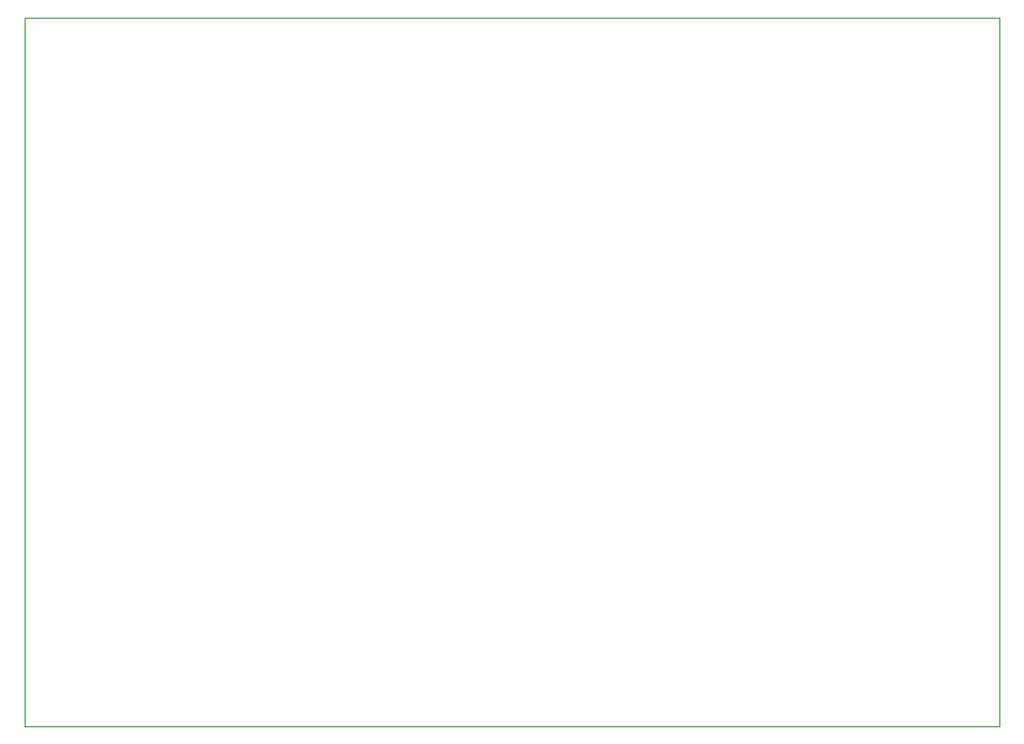
<source format=gbr>
%TF.GenerationSoftware,KiCad,Pcbnew,5.1.10*%
%TF.CreationDate,2021-07-23T12:05:05+02:00*%
%TF.ProjectId,kicad,6b696361-642e-46b6-9963-61645f706362,rev?*%
%TF.SameCoordinates,Original*%
%TF.FileFunction,Profile,NP*%
%FSLAX46Y46*%
G04 Gerber Fmt 4.6, Leading zero omitted, Abs format (unit mm)*
G04 Created by KiCad (PCBNEW 5.1.10) date 2021-07-23 12:05:05*
%MOMM*%
%LPD*%
G01*
G04 APERTURE LIST*
%TA.AperFunction,Profile*%
%ADD10C,0.050000*%
%TD*%
G04 APERTURE END LIST*
D10*
X124460000Y-83820000D02*
X124460000Y-22860000D01*
X208280000Y-83820000D02*
X124460000Y-83820000D01*
X208280000Y-22860000D02*
X208280000Y-83820000D01*
X124460000Y-22860000D02*
X208280000Y-22860000D01*
M02*

</source>
